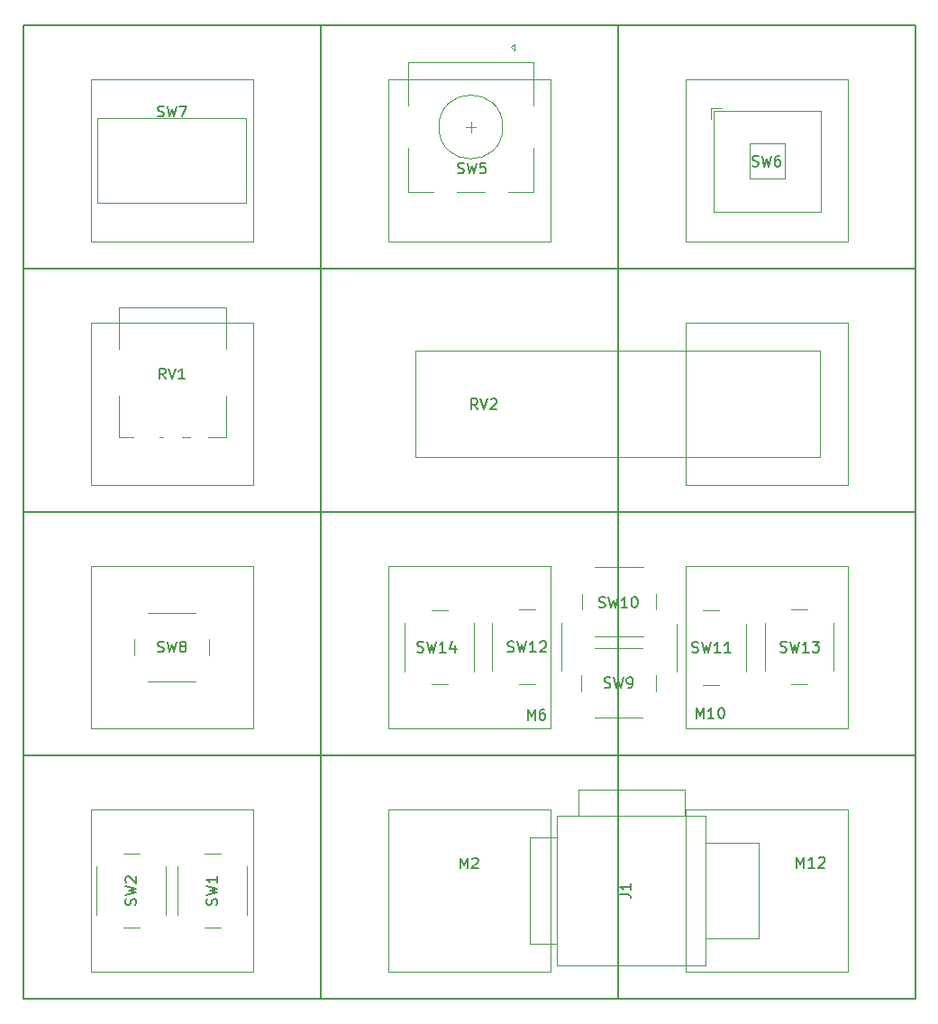
<source format=gbr>
%TF.GenerationSoftware,KiCad,Pcbnew,(6.0.11)*%
%TF.CreationDate,2023-02-21T21:49:25-06:00*%
%TF.ProjectId,HIDControls,48494443-6f6e-4747-926f-6c732e6b6963,rev?*%
%TF.SameCoordinates,Original*%
%TF.FileFunction,Legend,Top*%
%TF.FilePolarity,Positive*%
%FSLAX46Y46*%
G04 Gerber Fmt 4.6, Leading zero omitted, Abs format (unit mm)*
G04 Created by KiCad (PCBNEW (6.0.11)) date 2023-02-21 21:49:25*
%MOMM*%
%LPD*%
G01*
G04 APERTURE LIST*
%ADD10C,0.150000*%
%ADD11C,0.120000*%
G04 APERTURE END LIST*
D10*
X172720000Y-121920000D02*
X88900000Y-121920000D01*
X172720000Y-76200000D02*
X88900000Y-76200000D01*
X172720000Y-144780000D02*
X88900000Y-144780000D01*
X88900000Y-144780000D02*
X88900000Y-53340000D01*
X116840000Y-144780000D02*
X116840000Y-53340000D01*
X172720000Y-99060000D02*
X88900000Y-99060000D01*
X172720000Y-53340000D02*
X88900000Y-53340000D01*
X144780000Y-144780000D02*
X144780000Y-53340000D01*
X172720000Y-144780000D02*
X172720000Y-53340000D01*
%TO.C,SW10*%
X143011476Y-107981761D02*
X143154333Y-108029380D01*
X143392428Y-108029380D01*
X143487666Y-107981761D01*
X143535285Y-107934142D01*
X143582904Y-107838904D01*
X143582904Y-107743666D01*
X143535285Y-107648428D01*
X143487666Y-107600809D01*
X143392428Y-107553190D01*
X143201952Y-107505571D01*
X143106714Y-107457952D01*
X143059095Y-107410333D01*
X143011476Y-107315095D01*
X143011476Y-107219857D01*
X143059095Y-107124619D01*
X143106714Y-107077000D01*
X143201952Y-107029380D01*
X143440047Y-107029380D01*
X143582904Y-107077000D01*
X143916238Y-107029380D02*
X144154333Y-108029380D01*
X144344809Y-107315095D01*
X144535285Y-108029380D01*
X144773380Y-107029380D01*
X145678142Y-108029380D02*
X145106714Y-108029380D01*
X145392428Y-108029380D02*
X145392428Y-107029380D01*
X145297190Y-107172238D01*
X145201952Y-107267476D01*
X145106714Y-107315095D01*
X146297190Y-107029380D02*
X146392428Y-107029380D01*
X146487666Y-107077000D01*
X146535285Y-107124619D01*
X146582904Y-107219857D01*
X146630523Y-107410333D01*
X146630523Y-107648428D01*
X146582904Y-107838904D01*
X146535285Y-107934142D01*
X146487666Y-107981761D01*
X146392428Y-108029380D01*
X146297190Y-108029380D01*
X146201952Y-107981761D01*
X146154333Y-107934142D01*
X146106714Y-107838904D01*
X146059095Y-107648428D01*
X146059095Y-107410333D01*
X146106714Y-107219857D01*
X146154333Y-107124619D01*
X146201952Y-107077000D01*
X146297190Y-107029380D01*
%TO.C,SW9*%
X143514666Y-115527761D02*
X143657523Y-115575380D01*
X143895619Y-115575380D01*
X143990857Y-115527761D01*
X144038476Y-115480142D01*
X144086095Y-115384904D01*
X144086095Y-115289666D01*
X144038476Y-115194428D01*
X143990857Y-115146809D01*
X143895619Y-115099190D01*
X143705142Y-115051571D01*
X143609904Y-115003952D01*
X143562285Y-114956333D01*
X143514666Y-114861095D01*
X143514666Y-114765857D01*
X143562285Y-114670619D01*
X143609904Y-114623000D01*
X143705142Y-114575380D01*
X143943238Y-114575380D01*
X144086095Y-114623000D01*
X144419428Y-114575380D02*
X144657523Y-115575380D01*
X144848000Y-114861095D01*
X145038476Y-115575380D01*
X145276571Y-114575380D01*
X145705142Y-115575380D02*
X145895619Y-115575380D01*
X145990857Y-115527761D01*
X146038476Y-115480142D01*
X146133714Y-115337285D01*
X146181333Y-115146809D01*
X146181333Y-114765857D01*
X146133714Y-114670619D01*
X146086095Y-114623000D01*
X145990857Y-114575380D01*
X145800380Y-114575380D01*
X145705142Y-114623000D01*
X145657523Y-114670619D01*
X145609904Y-114765857D01*
X145609904Y-115003952D01*
X145657523Y-115099190D01*
X145705142Y-115146809D01*
X145800380Y-115194428D01*
X145990857Y-115194428D01*
X146086095Y-115146809D01*
X146133714Y-115099190D01*
X146181333Y-115003952D01*
%TO.C,SW5*%
X129730666Y-67206761D02*
X129873523Y-67254380D01*
X130111619Y-67254380D01*
X130206857Y-67206761D01*
X130254476Y-67159142D01*
X130302095Y-67063904D01*
X130302095Y-66968666D01*
X130254476Y-66873428D01*
X130206857Y-66825809D01*
X130111619Y-66778190D01*
X129921142Y-66730571D01*
X129825904Y-66682952D01*
X129778285Y-66635333D01*
X129730666Y-66540095D01*
X129730666Y-66444857D01*
X129778285Y-66349619D01*
X129825904Y-66302000D01*
X129921142Y-66254380D01*
X130159238Y-66254380D01*
X130302095Y-66302000D01*
X130635428Y-66254380D02*
X130873523Y-67254380D01*
X131064000Y-66540095D01*
X131254476Y-67254380D01*
X131492571Y-66254380D01*
X132349714Y-66254380D02*
X131873523Y-66254380D01*
X131825904Y-66730571D01*
X131873523Y-66682952D01*
X131968761Y-66635333D01*
X132206857Y-66635333D01*
X132302095Y-66682952D01*
X132349714Y-66730571D01*
X132397333Y-66825809D01*
X132397333Y-67063904D01*
X132349714Y-67159142D01*
X132302095Y-67206761D01*
X132206857Y-67254380D01*
X131968761Y-67254380D01*
X131873523Y-67206761D01*
X131825904Y-67159142D01*
%TO.C,SW2*%
X99464761Y-135953333D02*
X99512380Y-135810476D01*
X99512380Y-135572380D01*
X99464761Y-135477142D01*
X99417142Y-135429523D01*
X99321904Y-135381904D01*
X99226666Y-135381904D01*
X99131428Y-135429523D01*
X99083809Y-135477142D01*
X99036190Y-135572380D01*
X98988571Y-135762857D01*
X98940952Y-135858095D01*
X98893333Y-135905714D01*
X98798095Y-135953333D01*
X98702857Y-135953333D01*
X98607619Y-135905714D01*
X98560000Y-135858095D01*
X98512380Y-135762857D01*
X98512380Y-135524761D01*
X98560000Y-135381904D01*
X98512380Y-135048571D02*
X99512380Y-134810476D01*
X98798095Y-134620000D01*
X99512380Y-134429523D01*
X98512380Y-134191428D01*
X98607619Y-133858095D02*
X98560000Y-133810476D01*
X98512380Y-133715238D01*
X98512380Y-133477142D01*
X98560000Y-133381904D01*
X98607619Y-133334285D01*
X98702857Y-133286666D01*
X98798095Y-133286666D01*
X98940952Y-133334285D01*
X99512380Y-133905714D01*
X99512380Y-133286666D01*
%TO.C,M10*%
X152154285Y-118442380D02*
X152154285Y-117442380D01*
X152487619Y-118156666D01*
X152820952Y-117442380D01*
X152820952Y-118442380D01*
X153820952Y-118442380D02*
X153249523Y-118442380D01*
X153535238Y-118442380D02*
X153535238Y-117442380D01*
X153440000Y-117585238D01*
X153344761Y-117680476D01*
X153249523Y-117728095D01*
X154440000Y-117442380D02*
X154535238Y-117442380D01*
X154630476Y-117490000D01*
X154678095Y-117537619D01*
X154725714Y-117632857D01*
X154773333Y-117823333D01*
X154773333Y-118061428D01*
X154725714Y-118251904D01*
X154678095Y-118347142D01*
X154630476Y-118394761D01*
X154535238Y-118442380D01*
X154440000Y-118442380D01*
X154344761Y-118394761D01*
X154297142Y-118347142D01*
X154249523Y-118251904D01*
X154201904Y-118061428D01*
X154201904Y-117823333D01*
X154249523Y-117632857D01*
X154297142Y-117537619D01*
X154344761Y-117490000D01*
X154440000Y-117442380D01*
%TO.C,SW1*%
X107084761Y-135953333D02*
X107132380Y-135810476D01*
X107132380Y-135572380D01*
X107084761Y-135477142D01*
X107037142Y-135429523D01*
X106941904Y-135381904D01*
X106846666Y-135381904D01*
X106751428Y-135429523D01*
X106703809Y-135477142D01*
X106656190Y-135572380D01*
X106608571Y-135762857D01*
X106560952Y-135858095D01*
X106513333Y-135905714D01*
X106418095Y-135953333D01*
X106322857Y-135953333D01*
X106227619Y-135905714D01*
X106180000Y-135858095D01*
X106132380Y-135762857D01*
X106132380Y-135524761D01*
X106180000Y-135381904D01*
X106132380Y-135048571D02*
X107132380Y-134810476D01*
X106418095Y-134620000D01*
X107132380Y-134429523D01*
X106132380Y-134191428D01*
X107132380Y-133286666D02*
X107132380Y-133858095D01*
X107132380Y-133572380D02*
X106132380Y-133572380D01*
X106275238Y-133667619D01*
X106370476Y-133762857D01*
X106418095Y-133858095D01*
%TO.C,SW11*%
X151768476Y-112212761D02*
X151911333Y-112260380D01*
X152149428Y-112260380D01*
X152244666Y-112212761D01*
X152292285Y-112165142D01*
X152339904Y-112069904D01*
X152339904Y-111974666D01*
X152292285Y-111879428D01*
X152244666Y-111831809D01*
X152149428Y-111784190D01*
X151958952Y-111736571D01*
X151863714Y-111688952D01*
X151816095Y-111641333D01*
X151768476Y-111546095D01*
X151768476Y-111450857D01*
X151816095Y-111355619D01*
X151863714Y-111308000D01*
X151958952Y-111260380D01*
X152197047Y-111260380D01*
X152339904Y-111308000D01*
X152673238Y-111260380D02*
X152911333Y-112260380D01*
X153101809Y-111546095D01*
X153292285Y-112260380D01*
X153530380Y-111260380D01*
X154435142Y-112260380D02*
X153863714Y-112260380D01*
X154149428Y-112260380D02*
X154149428Y-111260380D01*
X154054190Y-111403238D01*
X153958952Y-111498476D01*
X153863714Y-111546095D01*
X155387523Y-112260380D02*
X154816095Y-112260380D01*
X155101809Y-112260380D02*
X155101809Y-111260380D01*
X155006571Y-111403238D01*
X154911333Y-111498476D01*
X154816095Y-111546095D01*
%TO.C,M6*%
X136310476Y-118572380D02*
X136310476Y-117572380D01*
X136643809Y-118286666D01*
X136977142Y-117572380D01*
X136977142Y-118572380D01*
X137881904Y-117572380D02*
X137691428Y-117572380D01*
X137596190Y-117620000D01*
X137548571Y-117667619D01*
X137453333Y-117810476D01*
X137405714Y-118000952D01*
X137405714Y-118381904D01*
X137453333Y-118477142D01*
X137500952Y-118524761D01*
X137596190Y-118572380D01*
X137786666Y-118572380D01*
X137881904Y-118524761D01*
X137929523Y-118477142D01*
X137977142Y-118381904D01*
X137977142Y-118143809D01*
X137929523Y-118048571D01*
X137881904Y-118000952D01*
X137786666Y-117953333D01*
X137596190Y-117953333D01*
X137500952Y-118000952D01*
X137453333Y-118048571D01*
X137405714Y-118143809D01*
%TO.C,M12*%
X161604285Y-132462380D02*
X161604285Y-131462380D01*
X161937619Y-132176666D01*
X162270952Y-131462380D01*
X162270952Y-132462380D01*
X163270952Y-132462380D02*
X162699523Y-132462380D01*
X162985238Y-132462380D02*
X162985238Y-131462380D01*
X162890000Y-131605238D01*
X162794761Y-131700476D01*
X162699523Y-131748095D01*
X163651904Y-131557619D02*
X163699523Y-131510000D01*
X163794761Y-131462380D01*
X164032857Y-131462380D01*
X164128095Y-131510000D01*
X164175714Y-131557619D01*
X164223333Y-131652857D01*
X164223333Y-131748095D01*
X164175714Y-131890952D01*
X163604285Y-132462380D01*
X164223333Y-132462380D01*
%TO.C,SW8*%
X101536666Y-112164761D02*
X101679523Y-112212380D01*
X101917619Y-112212380D01*
X102012857Y-112164761D01*
X102060476Y-112117142D01*
X102108095Y-112021904D01*
X102108095Y-111926666D01*
X102060476Y-111831428D01*
X102012857Y-111783809D01*
X101917619Y-111736190D01*
X101727142Y-111688571D01*
X101631904Y-111640952D01*
X101584285Y-111593333D01*
X101536666Y-111498095D01*
X101536666Y-111402857D01*
X101584285Y-111307619D01*
X101631904Y-111260000D01*
X101727142Y-111212380D01*
X101965238Y-111212380D01*
X102108095Y-111260000D01*
X102441428Y-111212380D02*
X102679523Y-112212380D01*
X102870000Y-111498095D01*
X103060476Y-112212380D01*
X103298571Y-111212380D01*
X103822380Y-111640952D02*
X103727142Y-111593333D01*
X103679523Y-111545714D01*
X103631904Y-111450476D01*
X103631904Y-111402857D01*
X103679523Y-111307619D01*
X103727142Y-111260000D01*
X103822380Y-111212380D01*
X104012857Y-111212380D01*
X104108095Y-111260000D01*
X104155714Y-111307619D01*
X104203333Y-111402857D01*
X104203333Y-111450476D01*
X104155714Y-111545714D01*
X104108095Y-111593333D01*
X104012857Y-111640952D01*
X103822380Y-111640952D01*
X103727142Y-111688571D01*
X103679523Y-111736190D01*
X103631904Y-111831428D01*
X103631904Y-112021904D01*
X103679523Y-112117142D01*
X103727142Y-112164761D01*
X103822380Y-112212380D01*
X104012857Y-112212380D01*
X104108095Y-112164761D01*
X104155714Y-112117142D01*
X104203333Y-112021904D01*
X104203333Y-111831428D01*
X104155714Y-111736190D01*
X104108095Y-111688571D01*
X104012857Y-111640952D01*
%TO.C,SW6*%
X157416666Y-66544761D02*
X157559523Y-66592380D01*
X157797619Y-66592380D01*
X157892857Y-66544761D01*
X157940476Y-66497142D01*
X157988095Y-66401904D01*
X157988095Y-66306666D01*
X157940476Y-66211428D01*
X157892857Y-66163809D01*
X157797619Y-66116190D01*
X157607142Y-66068571D01*
X157511904Y-66020952D01*
X157464285Y-65973333D01*
X157416666Y-65878095D01*
X157416666Y-65782857D01*
X157464285Y-65687619D01*
X157511904Y-65640000D01*
X157607142Y-65592380D01*
X157845238Y-65592380D01*
X157988095Y-65640000D01*
X158321428Y-65592380D02*
X158559523Y-66592380D01*
X158750000Y-65878095D01*
X158940476Y-66592380D01*
X159178571Y-65592380D01*
X159988095Y-65592380D02*
X159797619Y-65592380D01*
X159702380Y-65640000D01*
X159654761Y-65687619D01*
X159559523Y-65830476D01*
X159511904Y-66020952D01*
X159511904Y-66401904D01*
X159559523Y-66497142D01*
X159607142Y-66544761D01*
X159702380Y-66592380D01*
X159892857Y-66592380D01*
X159988095Y-66544761D01*
X160035714Y-66497142D01*
X160083333Y-66401904D01*
X160083333Y-66163809D01*
X160035714Y-66068571D01*
X159988095Y-66020952D01*
X159892857Y-65973333D01*
X159702380Y-65973333D01*
X159607142Y-66020952D01*
X159559523Y-66068571D01*
X159511904Y-66163809D01*
%TO.C,M2*%
X130000476Y-132532380D02*
X130000476Y-131532380D01*
X130333809Y-132246666D01*
X130667142Y-131532380D01*
X130667142Y-132532380D01*
X131095714Y-131627619D02*
X131143333Y-131580000D01*
X131238571Y-131532380D01*
X131476666Y-131532380D01*
X131571904Y-131580000D01*
X131619523Y-131627619D01*
X131667142Y-131722857D01*
X131667142Y-131818095D01*
X131619523Y-131960952D01*
X131048095Y-132532380D01*
X131667142Y-132532380D01*
%TO.C,J1*%
X145002380Y-134953333D02*
X145716666Y-134953333D01*
X145859523Y-135000952D01*
X145954761Y-135096190D01*
X146002380Y-135239047D01*
X146002380Y-135334285D01*
X146002380Y-133953333D02*
X146002380Y-134524761D01*
X146002380Y-134239047D02*
X145002380Y-134239047D01*
X145145238Y-134334285D01*
X145240476Y-134429523D01*
X145288095Y-134524761D01*
%TO.C,RV2*%
X131597761Y-89417380D02*
X131264428Y-88941190D01*
X131026333Y-89417380D02*
X131026333Y-88417380D01*
X131407285Y-88417380D01*
X131502523Y-88465000D01*
X131550142Y-88512619D01*
X131597761Y-88607857D01*
X131597761Y-88750714D01*
X131550142Y-88845952D01*
X131502523Y-88893571D01*
X131407285Y-88941190D01*
X131026333Y-88941190D01*
X131883476Y-88417380D02*
X132216809Y-89417380D01*
X132550142Y-88417380D01*
X132835857Y-88512619D02*
X132883476Y-88465000D01*
X132978714Y-88417380D01*
X133216809Y-88417380D01*
X133312047Y-88465000D01*
X133359666Y-88512619D01*
X133407285Y-88607857D01*
X133407285Y-88703095D01*
X133359666Y-88845952D01*
X132788238Y-89417380D01*
X133407285Y-89417380D01*
%TO.C,SW7*%
X101536666Y-61872761D02*
X101679523Y-61920380D01*
X101917619Y-61920380D01*
X102012857Y-61872761D01*
X102060476Y-61825142D01*
X102108095Y-61729904D01*
X102108095Y-61634666D01*
X102060476Y-61539428D01*
X102012857Y-61491809D01*
X101917619Y-61444190D01*
X101727142Y-61396571D01*
X101631904Y-61348952D01*
X101584285Y-61301333D01*
X101536666Y-61206095D01*
X101536666Y-61110857D01*
X101584285Y-61015619D01*
X101631904Y-60968000D01*
X101727142Y-60920380D01*
X101965238Y-60920380D01*
X102108095Y-60968000D01*
X102441428Y-60920380D02*
X102679523Y-61920380D01*
X102870000Y-61206095D01*
X103060476Y-61920380D01*
X103298571Y-60920380D01*
X103584285Y-60920380D02*
X104250952Y-60920380D01*
X103822380Y-61920380D01*
%TO.C,SW13*%
X160070476Y-112174761D02*
X160213333Y-112222380D01*
X160451428Y-112222380D01*
X160546666Y-112174761D01*
X160594285Y-112127142D01*
X160641904Y-112031904D01*
X160641904Y-111936666D01*
X160594285Y-111841428D01*
X160546666Y-111793809D01*
X160451428Y-111746190D01*
X160260952Y-111698571D01*
X160165714Y-111650952D01*
X160118095Y-111603333D01*
X160070476Y-111508095D01*
X160070476Y-111412857D01*
X160118095Y-111317619D01*
X160165714Y-111270000D01*
X160260952Y-111222380D01*
X160499047Y-111222380D01*
X160641904Y-111270000D01*
X160975238Y-111222380D02*
X161213333Y-112222380D01*
X161403809Y-111508095D01*
X161594285Y-112222380D01*
X161832380Y-111222380D01*
X162737142Y-112222380D02*
X162165714Y-112222380D01*
X162451428Y-112222380D02*
X162451428Y-111222380D01*
X162356190Y-111365238D01*
X162260952Y-111460476D01*
X162165714Y-111508095D01*
X163070476Y-111222380D02*
X163689523Y-111222380D01*
X163356190Y-111603333D01*
X163499047Y-111603333D01*
X163594285Y-111650952D01*
X163641904Y-111698571D01*
X163689523Y-111793809D01*
X163689523Y-112031904D01*
X163641904Y-112127142D01*
X163594285Y-112174761D01*
X163499047Y-112222380D01*
X163213333Y-112222380D01*
X163118095Y-112174761D01*
X163070476Y-112127142D01*
%TO.C,SW14*%
X125950476Y-112174761D02*
X126093333Y-112222380D01*
X126331428Y-112222380D01*
X126426666Y-112174761D01*
X126474285Y-112127142D01*
X126521904Y-112031904D01*
X126521904Y-111936666D01*
X126474285Y-111841428D01*
X126426666Y-111793809D01*
X126331428Y-111746190D01*
X126140952Y-111698571D01*
X126045714Y-111650952D01*
X125998095Y-111603333D01*
X125950476Y-111508095D01*
X125950476Y-111412857D01*
X125998095Y-111317619D01*
X126045714Y-111270000D01*
X126140952Y-111222380D01*
X126379047Y-111222380D01*
X126521904Y-111270000D01*
X126855238Y-111222380D02*
X127093333Y-112222380D01*
X127283809Y-111508095D01*
X127474285Y-112222380D01*
X127712380Y-111222380D01*
X128617142Y-112222380D02*
X128045714Y-112222380D01*
X128331428Y-112222380D02*
X128331428Y-111222380D01*
X128236190Y-111365238D01*
X128140952Y-111460476D01*
X128045714Y-111508095D01*
X129474285Y-111555714D02*
X129474285Y-112222380D01*
X129236190Y-111174761D02*
X128998095Y-111889047D01*
X129617142Y-111889047D01*
%TO.C,SW12*%
X134424476Y-112156761D02*
X134567333Y-112204380D01*
X134805428Y-112204380D01*
X134900666Y-112156761D01*
X134948285Y-112109142D01*
X134995904Y-112013904D01*
X134995904Y-111918666D01*
X134948285Y-111823428D01*
X134900666Y-111775809D01*
X134805428Y-111728190D01*
X134614952Y-111680571D01*
X134519714Y-111632952D01*
X134472095Y-111585333D01*
X134424476Y-111490095D01*
X134424476Y-111394857D01*
X134472095Y-111299619D01*
X134519714Y-111252000D01*
X134614952Y-111204380D01*
X134853047Y-111204380D01*
X134995904Y-111252000D01*
X135329238Y-111204380D02*
X135567333Y-112204380D01*
X135757809Y-111490095D01*
X135948285Y-112204380D01*
X136186380Y-111204380D01*
X137091142Y-112204380D02*
X136519714Y-112204380D01*
X136805428Y-112204380D02*
X136805428Y-111204380D01*
X136710190Y-111347238D01*
X136614952Y-111442476D01*
X136519714Y-111490095D01*
X137472095Y-111299619D02*
X137519714Y-111252000D01*
X137614952Y-111204380D01*
X137853047Y-111204380D01*
X137948285Y-111252000D01*
X137995904Y-111299619D01*
X138043523Y-111394857D01*
X138043523Y-111490095D01*
X137995904Y-111632952D01*
X137424476Y-112204380D01*
X138043523Y-112204380D01*
%TO.C,RV1*%
X102274761Y-86558380D02*
X101941428Y-86082190D01*
X101703333Y-86558380D02*
X101703333Y-85558380D01*
X102084285Y-85558380D01*
X102179523Y-85606000D01*
X102227142Y-85653619D01*
X102274761Y-85748857D01*
X102274761Y-85891714D01*
X102227142Y-85986952D01*
X102179523Y-86034571D01*
X102084285Y-86082190D01*
X101703333Y-86082190D01*
X102560476Y-85558380D02*
X102893809Y-86558380D01*
X103227142Y-85558380D01*
X104084285Y-86558380D02*
X103512857Y-86558380D01*
X103798571Y-86558380D02*
X103798571Y-85558380D01*
X103703333Y-85701238D01*
X103608095Y-85796476D01*
X103512857Y-85844095D01*
D11*
%TO.C,SW10*%
X148390000Y-108240000D02*
X148390000Y-106740000D01*
X142640000Y-110740000D02*
X147140000Y-110740000D01*
X147140000Y-104240000D02*
X142640000Y-104240000D01*
X141390000Y-106740000D02*
X141390000Y-108240000D01*
%TO.C,SW9*%
X142620000Y-118380000D02*
X147120000Y-118380000D01*
X141370000Y-114380000D02*
X141370000Y-115880000D01*
X147120000Y-111880000D02*
X142620000Y-111880000D01*
X148370000Y-115880000D02*
X148370000Y-114380000D01*
%TO.C,SW5*%
X136870000Y-56790000D02*
X125070000Y-56790000D01*
X135070000Y-55690000D02*
X134770000Y-55390000D01*
X136870000Y-64890000D02*
X136870000Y-68990000D01*
X136870000Y-68990000D02*
X134470000Y-68990000D01*
X125070000Y-68990000D02*
X125070000Y-64890000D01*
X127470000Y-68990000D02*
X125070000Y-68990000D01*
X125070000Y-60890000D02*
X125070000Y-56790000D01*
X131470000Y-62890000D02*
X130470000Y-62890000D01*
X130970000Y-62390000D02*
X130970000Y-63390000D01*
X135070000Y-55090000D02*
X135070000Y-55690000D01*
X132270000Y-68990000D02*
X129670000Y-68990000D01*
X134770000Y-55390000D02*
X135070000Y-55090000D01*
X136870000Y-60890000D02*
X136870000Y-56790000D01*
X133970000Y-62890000D02*
G75*
G03*
X133970000Y-62890000I-3000000J0D01*
G01*
%TO.C,SW2*%
X95810000Y-132370000D02*
X95810000Y-136870000D01*
X102310000Y-136870000D02*
X102310000Y-132370000D01*
X98310000Y-138120000D02*
X99810000Y-138120000D01*
X99810000Y-131120000D02*
X98310000Y-131120000D01*
%TO.C,M10*%
X151130000Y-104140000D02*
X151130000Y-119380000D01*
X166370000Y-119380000D02*
X151130000Y-119380000D01*
X166370000Y-104140000D02*
X151130000Y-104140000D01*
X166370000Y-104140000D02*
X166370000Y-119380000D01*
%TO.C,SW1*%
X103430000Y-132370000D02*
X103430000Y-136870000D01*
X107430000Y-131120000D02*
X105930000Y-131120000D01*
X109930000Y-136870000D02*
X109930000Y-132370000D01*
X105930000Y-138120000D02*
X107430000Y-138120000D01*
%TO.C,SW11*%
X154300000Y-108320000D02*
X152800000Y-108320000D01*
X152800000Y-115320000D02*
X154300000Y-115320000D01*
X156800000Y-114070000D02*
X156800000Y-109570000D01*
X150300000Y-109570000D02*
X150300000Y-114070000D01*
%TO.C,M7*%
X110490000Y-58420000D02*
X110490000Y-73660000D01*
X110490000Y-73660000D02*
X95250000Y-73660000D01*
X110490000Y-58420000D02*
X95250000Y-58420000D01*
X95250000Y-58420000D02*
X95250000Y-73660000D01*
%TO.C,M4*%
X138430000Y-73660000D02*
X123190000Y-73660000D01*
X138430000Y-58420000D02*
X138430000Y-73660000D01*
X138430000Y-58420000D02*
X123190000Y-58420000D01*
X123190000Y-58420000D02*
X123190000Y-73660000D01*
%TO.C,M8*%
X166370000Y-73660000D02*
X151130000Y-73660000D01*
X151130000Y-58420000D02*
X151130000Y-73660000D01*
X166370000Y-58420000D02*
X166370000Y-73660000D01*
X166370000Y-58420000D02*
X151130000Y-58420000D01*
%TO.C,M6*%
X138430000Y-104140000D02*
X123190000Y-104140000D01*
X138430000Y-104140000D02*
X138430000Y-119380000D01*
X123190000Y-104140000D02*
X123190000Y-119380000D01*
X138430000Y-119380000D02*
X123190000Y-119380000D01*
%TO.C,M12*%
X151130000Y-127000000D02*
X151130000Y-142240000D01*
X166370000Y-142240000D02*
X151130000Y-142240000D01*
X166370000Y-127000000D02*
X151130000Y-127000000D01*
X166370000Y-127000000D02*
X166370000Y-142240000D01*
%TO.C,SW8*%
X106370000Y-112510000D02*
X106370000Y-111010000D01*
X99370000Y-111010000D02*
X99370000Y-112510000D01*
X105120000Y-108510000D02*
X100620000Y-108510000D01*
X100620000Y-115010000D02*
X105120000Y-115010000D01*
%TO.C,M11*%
X110490000Y-104140000D02*
X95250000Y-104140000D01*
X110490000Y-119380000D02*
X95250000Y-119380000D01*
X110490000Y-104140000D02*
X110490000Y-119380000D01*
X95250000Y-104140000D02*
X95250000Y-119380000D01*
%TO.C,SW6*%
X163847500Y-70837500D02*
X163847500Y-61397500D01*
X154557500Y-61147500D02*
X153557500Y-61147500D01*
X160427500Y-64417500D02*
X157127500Y-64417500D01*
X163847500Y-61397500D02*
X153807500Y-61397500D01*
X153557500Y-62147500D02*
X153557500Y-61147500D01*
X153807500Y-70837500D02*
X153807500Y-61397500D01*
X157127500Y-64417500D02*
X157127500Y-67717500D01*
X163847500Y-70837500D02*
X153807500Y-70837500D01*
X160427500Y-67717500D02*
X157127500Y-67717500D01*
X160427500Y-64417500D02*
X160427500Y-67717500D01*
%TO.C,M3*%
X110490000Y-127000000D02*
X95250000Y-127000000D01*
X110490000Y-142240000D02*
X95250000Y-142240000D01*
X95250000Y-127000000D02*
X95250000Y-142240000D01*
X110490000Y-127000000D02*
X110490000Y-142240000D01*
%TO.C,M2*%
X123190000Y-127000000D02*
X123190000Y-142240000D01*
X138430000Y-142240000D02*
X123190000Y-142240000D01*
X138430000Y-127000000D02*
X138430000Y-142240000D01*
X138430000Y-127000000D02*
X123190000Y-127000000D01*
%TO.C,M9*%
X166370000Y-81280000D02*
X151130000Y-81280000D01*
X151130000Y-81280000D02*
X151130000Y-96520000D01*
X166370000Y-81280000D02*
X166370000Y-96520000D01*
X166370000Y-96520000D02*
X151130000Y-96520000D01*
%TO.C,M1*%
X110490000Y-81280000D02*
X95250000Y-81280000D01*
X95250000Y-81280000D02*
X95250000Y-96520000D01*
X110490000Y-96520000D02*
X95250000Y-96520000D01*
X110490000Y-81280000D02*
X110490000Y-96520000D01*
%TO.C,J1*%
X151050000Y-127620000D02*
X151050000Y-125120000D01*
X139050000Y-129620000D02*
X136550000Y-129620000D01*
X153050000Y-141620000D02*
X139050000Y-141620000D01*
X139050000Y-127620000D02*
X153050000Y-127620000D01*
X139050000Y-141620000D02*
X139050000Y-127620000D01*
X158050000Y-139120000D02*
X158050000Y-130120000D01*
X153050000Y-127620000D02*
X153050000Y-141620000D01*
X136550000Y-139620000D02*
X139050000Y-139620000D01*
X153050000Y-139120000D02*
X158050000Y-139120000D01*
X151050000Y-125120000D02*
X141050000Y-125120000D01*
X141050000Y-125120000D02*
X141050000Y-127620000D01*
X158050000Y-130120000D02*
X153050000Y-130120000D01*
X136550000Y-129620000D02*
X136550000Y-139620000D01*
%TO.C,RV2*%
X163740000Y-83870000D02*
X163740000Y-93870000D01*
X163740000Y-93870000D02*
X125740000Y-93870000D01*
X125740000Y-83870000D02*
X163740000Y-83870000D01*
X125740000Y-93870000D02*
X125740000Y-83870000D01*
%TO.C,SW7*%
X109870000Y-62040000D02*
X109870000Y-70040000D01*
X95870000Y-62040000D02*
X109870000Y-62040000D01*
X95870000Y-70040000D02*
X95870000Y-62040000D01*
X109870000Y-70040000D02*
X95870000Y-70040000D01*
%TO.C,SW13*%
X162584000Y-108208000D02*
X161084000Y-108208000D01*
X158584000Y-109458000D02*
X158584000Y-113958000D01*
X165084000Y-113958000D02*
X165084000Y-109458000D01*
X161084000Y-115208000D02*
X162584000Y-115208000D01*
%TO.C,SW14*%
X128766000Y-108260000D02*
X127266000Y-108260000D01*
X127266000Y-115260000D02*
X128766000Y-115260000D01*
X131266000Y-114010000D02*
X131266000Y-109510000D01*
X124766000Y-109510000D02*
X124766000Y-114010000D01*
%TO.C,SW12*%
X136990000Y-108230000D02*
X135490000Y-108230000D01*
X132990000Y-109480000D02*
X132990000Y-113980000D01*
X139490000Y-113980000D02*
X139490000Y-109480000D01*
X135490000Y-115230000D02*
X136990000Y-115230000D01*
%TO.C,RV1*%
X97929000Y-79810000D02*
X107970000Y-79810000D01*
X97929000Y-92050000D02*
X97929000Y-88113000D01*
X107970000Y-83746000D02*
X107970000Y-79810000D01*
X97929000Y-92050000D02*
X99250000Y-92050000D01*
X97929000Y-83746000D02*
X97929000Y-79810000D01*
X106320000Y-92050000D02*
X107970000Y-92050000D01*
X107970000Y-92050000D02*
X107970000Y-88113000D01*
X103821000Y-92050000D02*
X104580000Y-92050000D01*
X101700000Y-92050000D02*
X102080000Y-92050000D01*
%TD*%
M02*

</source>
